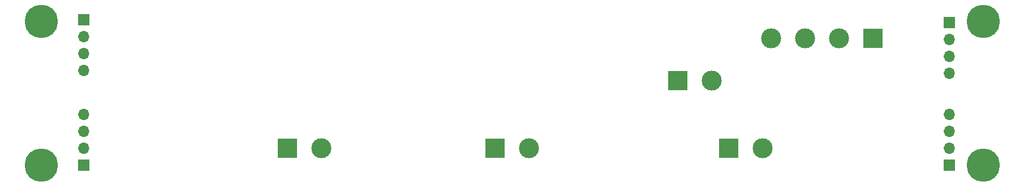
<source format=gbl>
G04 #@! TF.GenerationSoftware,KiCad,Pcbnew,(6.0.7)*
G04 #@! TF.CreationDate,2023-03-12T11:39:40-04:00*
G04 #@! TF.ProjectId,IR FANS LED board,49522046-414e-4532-904c-454420626f61,rev?*
G04 #@! TF.SameCoordinates,Original*
G04 #@! TF.FileFunction,Copper,L2,Bot*
G04 #@! TF.FilePolarity,Positive*
%FSLAX46Y46*%
G04 Gerber Fmt 4.6, Leading zero omitted, Abs format (unit mm)*
G04 Created by KiCad (PCBNEW (6.0.7)) date 2023-03-12 11:39:40*
%MOMM*%
%LPD*%
G01*
G04 APERTURE LIST*
G04 #@! TA.AperFunction,ComponentPad*
%ADD10R,3.000000X3.000000*%
G04 #@! TD*
G04 #@! TA.AperFunction,ComponentPad*
%ADD11C,3.000000*%
G04 #@! TD*
G04 #@! TA.AperFunction,ComponentPad*
%ADD12R,1.700000X1.700000*%
G04 #@! TD*
G04 #@! TA.AperFunction,ComponentPad*
%ADD13O,1.700000X1.700000*%
G04 #@! TD*
G04 #@! TA.AperFunction,ViaPad*
%ADD14C,5.000000*%
G04 #@! TD*
G04 APERTURE END LIST*
D10*
G04 #@! TO.P,J4,1,Pin_1*
G04 #@! TO.N,/HV5*
X187960000Y-24130000D03*
D11*
G04 #@! TO.P,J4,2,Pin_2*
G04 #@! TO.N,/X*
X182880000Y-24130000D03*
G04 #@! TO.P,J4,3,Pin_3*
G04 #@! TO.N,/12V*
X177800000Y-24130000D03*
G04 #@! TO.P,J4,4,Pin_4*
G04 #@! TO.N,/GND*
X172720000Y-24130000D03*
G04 #@! TD*
D10*
G04 #@! TO.P,J3,1,Pin_1*
G04 #@! TO.N,/IR LED-*
X131445000Y-40640000D03*
D11*
G04 #@! TO.P,J3,2,Pin_2*
G04 #@! TO.N,/IR LED+*
X136525000Y-40640000D03*
G04 #@! TD*
D12*
G04 #@! TO.P,J8,1,Pin_1*
G04 #@! TO.N,/HV5*
X199390000Y-43180000D03*
D13*
G04 #@! TO.P,J8,2,Pin_2*
G04 #@! TO.N,/X*
X199390000Y-40640000D03*
G04 #@! TO.P,J8,3,Pin_3*
G04 #@! TO.N,/12V*
X199390000Y-38100000D03*
G04 #@! TO.P,J8,4,Pin_4*
G04 #@! TO.N,/GND*
X199390000Y-35560000D03*
G04 #@! TD*
D10*
G04 #@! TO.P,J5,1,Pin_1*
G04 #@! TO.N,/IR LED-*
X166370000Y-40640000D03*
D11*
G04 #@! TO.P,J5,2,Pin_2*
G04 #@! TO.N,/IR LED+*
X171450000Y-40640000D03*
G04 #@! TD*
D12*
G04 #@! TO.P,J9,1,Pin_1*
G04 #@! TO.N,/HV5*
X69850000Y-43180000D03*
D13*
G04 #@! TO.P,J9,2,Pin_2*
G04 #@! TO.N,/X*
X69850000Y-40640000D03*
G04 #@! TO.P,J9,3,Pin_3*
G04 #@! TO.N,/12V*
X69850000Y-38100000D03*
G04 #@! TO.P,J9,4,Pin_4*
G04 #@! TO.N,/GND*
X69850000Y-35560000D03*
G04 #@! TD*
D10*
G04 #@! TO.P,J7,1,Pin_1*
G04 #@! TO.N,/IR LED-*
X100330000Y-40640000D03*
D11*
G04 #@! TO.P,J7,2,Pin_2*
G04 #@! TO.N,/IR LED+*
X105410000Y-40640000D03*
G04 #@! TD*
D12*
G04 #@! TO.P,J2,1,Pin_1*
G04 #@! TO.N,/HV5*
X69850000Y-21336000D03*
D13*
G04 #@! TO.P,J2,2,Pin_2*
G04 #@! TO.N,/X*
X69850000Y-23876000D03*
G04 #@! TO.P,J2,3,Pin_3*
G04 #@! TO.N,/12V*
X69850000Y-26416000D03*
G04 #@! TO.P,J2,4,Pin_4*
G04 #@! TO.N,/GND*
X69850000Y-28956000D03*
G04 #@! TD*
D12*
G04 #@! TO.P,J1,1,Pin_1*
G04 #@! TO.N,/HV5*
X199390000Y-21803200D03*
D13*
G04 #@! TO.P,J1,2,Pin_2*
G04 #@! TO.N,/X*
X199390000Y-24343200D03*
G04 #@! TO.P,J1,3,Pin_3*
G04 #@! TO.N,/12V*
X199390000Y-26883200D03*
G04 #@! TO.P,J1,4,Pin_4*
G04 #@! TO.N,/GND*
X199390000Y-29423200D03*
G04 #@! TD*
D10*
G04 #@! TO.P,J6,1,Pin_1*
G04 #@! TO.N,/IR LED-*
X158750000Y-30480000D03*
D11*
G04 #@! TO.P,J6,2,Pin_2*
G04 #@! TO.N,/IR LED+*
X163830000Y-30480000D03*
G04 #@! TD*
D14*
G04 #@! TO.N,/GND*
X204470000Y-21590000D03*
X204470000Y-43180000D03*
X63500000Y-43180000D03*
X63500000Y-21590000D03*
G04 #@! TD*
M02*

</source>
